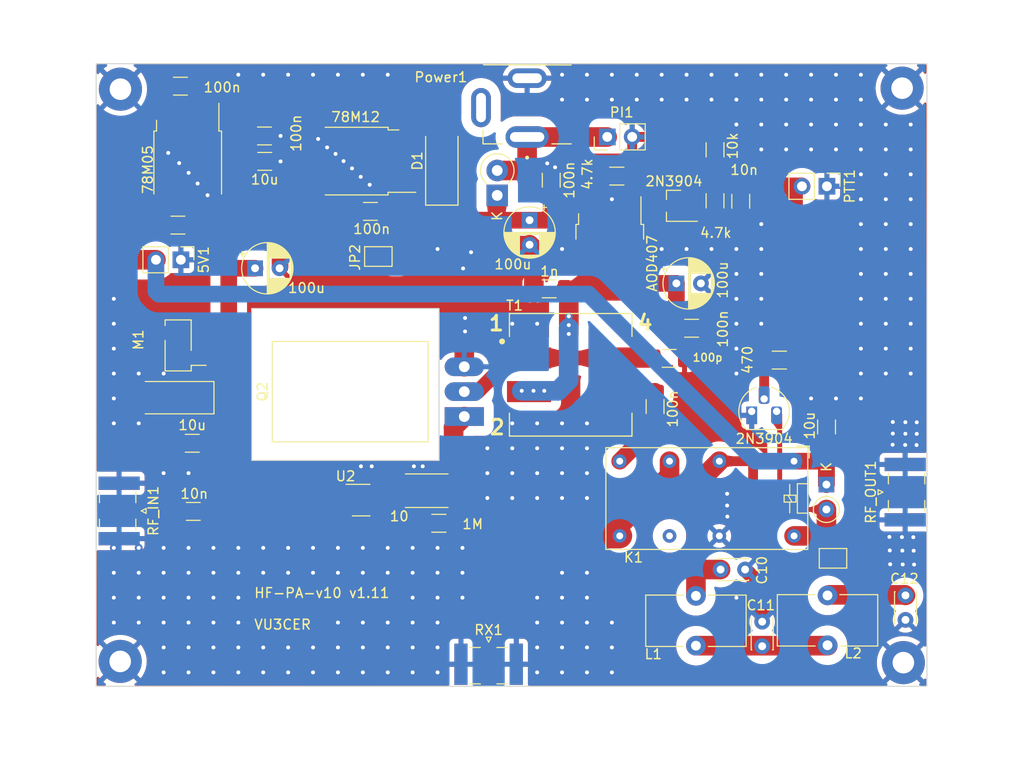
<source format=kicad_pcb>
(kicad_pcb (version 20221018) (generator pcbnew)
  (layers (0 "F.Cu" signal) (31 "B.Cu" signal) (35 "F.Paste" user) (37 "F.SilkS" user "F.Silkscreen") (38 "B.Mask" user) (39 "F.Mask" user) (44 "Edge.Cuts" user))
  (net 0 "")
  (net 1 "GND")
  (net 2 "+VDC")
  (net 3 "Net-(C7-Pad2)")
  (net 4 "PTT")
  (net 5 "/DRAIN")
  (net 6 "Net-(Q2-G)")
  (net 7 "Net-(Q3-G)")
  (net 8 "Net-(Q4-B)")
  (net 9 "+5V")
  (net 10 "12V")
  (net 12 "Net-(U2-OUT)")
  (net 13 "Net-(Q3-D)")
  (net 14 "Net-(C11-Pad1)")
  (net 15 "Net-(JP1-B)")
  (net 16 "RF_OUT")
  (net 17 "Net-(D3-A)")
  (net 18 "LPF")
  (net 19 "RX")
  (net 21 "Net-(Q1-B)")
  (net 22 "Net-(RF_IN1-In)")
  (net 23 "Net-(U2-IN+)")
  (net 24 "Net-(D1-K)")
  (footprint "Resistor_SMD:R_2512_6332Metric_Pad1.40x3.35mm_HandSolder" (layer "F.Cu") (at 173.61 106.39 180)
    (fp_text reference "R3" hide)
    (fp_text value "10")
  )
  (footprint "Capacitor_SMD:C_1206_3216Metric_Pad1.33x1.80mm_HandSolder" (layer "F.Cu") (at 157.0867 72.7964)
    (fp_text reference "C2" hide)
    (fp_text value "10u")
  )
  (footprint "Capacitor_SMD:C_1206_3216Metric_Pad1.33x1.80mm_HandSolder" (layer "F.Cu") (at 196.9 97.81 90)
    (fp_text reference "C7" hide)
    (fp_text value "100n")
  )
  (footprint "Package_TO_SOT_THT:TO-220-3_Horizontal_TabDown" (layer "F.Cu") (at 177.44 98.825 90)
    (fp_text reference "Q2")
    (fp_text value "IRF510")
  )
  (footprint "Diode_SMD:D_SMA_Handsoldering" (layer "F.Cu") (at 175.15 72.75 90)
    (fp_text reference "D1")
    (fp_text value "1N4007")
  )
  (footprint "Capacitor_THT:CP_Radial_D5.0mm_P2.50mm" (layer "F.Cu") (at 199.0744 85.2424)
    (fp_text reference "C5" hide)
    (fp_text value "100u")
  )
  (footprint "Resistor_SMD:R_1206_3216Metric_Pad1.30x1.75mm_HandSolder" (layer "F.Cu") (at 203.015 71.6175 90)
    (fp_text reference "R2" hide)
    (fp_text value "10k")
  )
  (footprint "Connector_PinHeader_2.54mm:PinHeader_1x02_P2.54mm_Vertical" (layer "F.Cu") (at 192.025 70.3 90)
    (fp_text reference "PI1")
    (fp_text value "VDC")
  )
  (footprint "Diode_THT:D_DO-41_SOD81_P2.54mm_Vertical_KathodeUp" (layer "F.Cu") (at 180.8 76.268234 90)
    (fp_text reference "D4" hide)
    (fp_text value "2A+ Schottky (1N5822 / SR2100)" hide)
  )
  (footprint "MountingHole:MountingHole_2.2mm_M2_Pad" (layer "F.Cu") (at 142.343274 123.801274)
    (fp_text reference "H3" hide)
    (fp_text value "MountingHole_Pad" hide)
  )
  (footprint "Capacitor_SMD:C_1206_3216Metric_Pad1.33x1.80mm_HandSolder" (layer "F.Cu") (at 186.1 85.8 180)
    (fp_text reference "C17" hide)
    (fp_text value "1n")
  )
  (footprint "Package_TO_SOT_SMD:SOT-23-5_HandSoldering" (layer "F.Cu") (at 166.925 107.35)
    (fp_text reference "U2")
    (fp_text value "UCC27517DBVR")
  )
  (footprint "Connector_Coaxial:SMA_Samtec_SMA-J-P-X-ST-EM1_EdgeMount" (layer "F.Cu") (at 222.4062 106.537 90)
    (fp_text reference "RF_OUT1")
    (fp_text value "SMA" hide)
  )
  (footprint "Capacitor_SMD:C_1206_3216Metric_Pad1.33x1.80mm_HandSolder" (layer "F.Cu") (at 205.64 76.8675 -90)
    (fp_text reference "C4" hide)
    (fp_text value "10n")
  )
  (footprint "Inductor_THT:L_Toroid_Vertical_L10.0mm_W5.0mm_P5.08mm" (layer "F.Cu") (at 214.49 122.15 180)
    (fp_text reference "L2")
    (fp_text value "360n" hide)
  )
  (footprint "Capacitor_THT:CP_Radial_D5.0mm_P2.50mm" (layer "F.Cu") (at 156.1 83.7)
    (fp_text reference "C20" hide)
    (fp_text value "100u")
  )
  (footprint "Resistor_SMD:R_1206_3216Metric_Pad1.30x1.75mm_HandSolder" (layer "F.Cu") (at 174.85 109.71 180)
    (fp_text reference "R1" hide)
    (fp_text value "1M")
  )
  (footprint "Capacitor_SMD:C_1206_3216Metric_Pad1.33x1.80mm_HandSolder" (layer "F.Cu") (at 186.309 74.7145 90)
    (fp_text reference "C14" hide)
    (fp_text value "100n")
  )
  (footprint "Connector_PinHeader_2.54mm:PinHeader_1x02_P2.54mm_Vertical" (layer "F.Cu") (at 214.4258 75.3364 -90)
    (fp_text reference "PTT1")
    (fp_text value "PTT" hide)
  )
  (footprint "Diode_THT:D_DO-35_SOD27_P2.54mm_Vertical_KathodeUp" (layer "F.Cu") (at 214.376 105.762315 -90)
    (fp_text reference "D3" hide)
    (fp_text value "1N4148" hide)
  )
  (footprint "footprints:XKB_DC-005-5A-2.0_Modded" (layer "F.Cu") (at 183.85 64.3125 -90)
    (fp_text reference "Power1")
    (fp_text value "DC-005 (Barrel Jack)" hide)
  )
  (footprint "Package_TO_SOT_SMD:TO-252-2" (layer "F.Cu") (at 192.28 81.7 -90)
    (fp_text reference "Q3" hide)
    (fp_text value "AOD407")
  )
  (footprint "Capacitor_THT:CP_Radial_D5.0mm_P2.50mm" (layer "F.Cu") (at 184.1 78.8 -90)
    (fp_text reference "C15" hide)
    (fp_text value "100u")
  )
  (footprint "Capacitor_SMD:C_1206_3216Metric_Pad1.33x1.80mm_HandSolder" (layer "F.Cu") (at 148.4884 65.1256)
    (fp_text reference "C9" hide)
    (fp_text value "100n")
  )
  (footprint "Connector_Coaxial:SMA_Samtec_SMA-J-P-X-ST-EM1_EdgeMount" (layer "F.Cu") (at 179.925 124.09)
    (fp_text reference "RX1")
    (fp_text value "SMA" hide)
  )
  (footprint "Capacitor_SMD:C_1206_3216Metric_Pad1.33x1.80mm_HandSolder" (layer "F.Cu") (at 149.6945 101.5492 180)
    (fp_text reference "C16" hide)
    (fp_text value "10u")
  )
  (footprint "MountingHole:MountingHole_2.2mm_M2_Pad" (layer "F.Cu") (at 222.225 123.925)
    (fp_text reference "H4" hide)
    (fp_text value "MountingHole_Pad" hide)
  )
  (footprint "Capacitor_SMD:C_1206_3216Metric_Pad1.33x1.80mm_HandSolder" (layer "F.Cu") (at 214.39 99.88 90)
    (fp_text reference "C13" hide)
    (fp_text value "10u")
  )
  (footprint "Capacitor_SMD:C_1206_3216Metric_Pad1.33x1.80mm_HandSolder" (layer "F.Cu") (at 157.0613 70.2056)
    (fp_text reference "C1" hide)
    (fp_text value "100n")
  )
  (footprint "Package_TO_SOT_SMD:TO-252-2" (layer "F.Cu") (at 149.231 73.014887 -90)
    (fp_text reference "U1" hide)
    (fp_text value "78M05")
  )
  (footprint "Resistor_SMD:R_1206_3216Metric_Pad1.30x1.75mm_HandSolder" (layer "F.Cu") (at 203.015 76.8175 90)
    (fp_text reference "R9" hide)
    (fp_text value "4.7k")
  )
  (footprint "Capacitor_SMD:C_1206_3216Metric_Pad1.33x1.80mm_HandSolder" (layer "F.Cu") (at 167.8625 77.9 180)
    (fp_text reference "C18" hide)
    (fp_text value "100n")
  )
  (footprint "footprints:IND_SRF1260A-4R7Y" (layer "F.Cu") (at 188.295 94.565)
    (fp_text reference "T1")
    (fp_text value "Bifilar XFMR" hide)
  )
  (footprint "Package_TO_SOT_SMD:SOT-23_Handsoldering" (layer "F.Cu") (at 198.82 77.33 180)
    (fp_text reference "Q4" hide)
    (fp_text value "2N3904")
  )
  (footprint "Connector_Coaxial:SMA_Samtec_SMA-J-P-X-ST-EM1_EdgeMount" (layer "F.Cu") (at 142.23 108.45 -90)
    (fp_text reference "RF_IN1")
    (fp_text value "SMA" hide)
  )
  (footprint "Package_TO_SOT_SMD:TO-252-2" (layer "F.Cu") (at 166.3586 72.772 180)
    (fp_text reference "U3" hide)
    (fp_text value "78M12")
  )
  (footprint "Diode_SMD:D_SMA_Handsoldering" (layer "F.Cu") (at 147.4 96.9 180)
    (fp_text reference "D2" hide)
    (fp_text value "M7 (1N4007)" hide)
  )
  (footprint "Capacitor_SMD:C_1206_3216Metric_Pad1.33x1.80mm_HandSolder" (layer "F.Cu") (at 198.34 92.89)
    (fp_text reference "C3" hide)
    (fp_text value "100p")
  )
  (footprint "Connector_PinHeader_2.54mm:PinHeader_1x02_P2.54mm_Vertical" (layer "F.Cu") (at 148.532 82.833887 -90)
    (fp_text reference "5V1")
    (fp_text value "5V")
  )
  (footprint "Capacitor_SMD:C_1206_3216Metric_Pad1.33x1.80mm_HandSolder" (layer "F.Cu") (at 200.63 89.82)
    (fp_text reference "C6" hide)
    (fp_text value "100n")
  )
  (footprint "Jumper:SolderJumper-2_P1.3mm_Open_TrianglePad1.0x1.5mm" (layer "F.Cu") (at 215.048 113.284)
    (fp_text reference "JP1" hide)
    (fp_text value "Jumper_2_Open" hide)
  )
  (footprint "MountingHole:MountingHole_2.2mm_M2_Pad" (layer "F.Cu") (at 142.368 65.433274)
    (fp_text reference "H1" hide)
    (fp_text value "MountingHole_Pad" hide)
  )
  (footprint "Capacitor_SMD:C_1206_3216Metric_Pad1.33x1.80mm_HandSolder" (layer "F.Cu") (at 149.8 108.5)
    (fp_text reference "C19" hide)
    (fp_text value "10n")
  )
  (footprint "Capacitor_THT:C_Disc_D3.0mm_W2.0mm_P2.50mm" (layer "F.Cu") (at 203.581 114.427)
    (fp_text reference "C10")
    (fp_text value "120p" hide)
  )
  (footprint "Relay_THT:Relay_DPDT_Omron_G5V-2" (layer "F.Cu") (at 211.074 103.378 -90)
    (fp_text reference "K1")
    (fp_text value "Omron G5V-2 / OEN 46-05-2C" hide)
  )
  (footprint "Capacitor_SMD:C_1206_3216Metric_Pad1.33x1.80mm_HandSolder" (layer "F.Cu") (at 148.2344 79.2988)
    (fp_text reference "C8" hide)
    (fp_text value "10u")
  )
  (footprint "Inductor_THT:L_Toroid_Vertical_L10.0mm_W5.0mm_P5.08mm" (layer "F.Cu") (at 201.0675 117.115)
    (fp_text reference "L1")
    (fp_text value "360n" hide)
  )
  (footprint "Capacitor_THT:C_Disc_D3.0mm_W2.0mm_P2.50mm" (layer "F.Cu") (at 207.825 122.25 90)
    (fp_text reference "C11")
    (fp_text value "200p" hide)
  )
  (footprint "MountingHole:MountingHole_2.2mm_M2_Pad" (layer "F.Cu") (at 222.099274 65.330474)
    (fp_text reference "H2" hide)
    (fp_text value "MountingHole_Pad" hide)
  )
  (footprint "Resistor_SMD:R_1206_3216Metric_Pad1.30x1.75mm_HandSolder" (layer "F.Cu") (at 193 74.3 180)
    (fp_text reference "R8" hide)
    (fp_text value "4.7k")
  )
  (footprint "Capacitor_THT:C_Disc_D3.0mm_W2.0mm_P2.50mm" (layer "F.Cu") (at 222.4425 117.065 -90)
    (fp_text reference "C12")
    (fp_text value "120p" hide)
  )
  (footprint "Jumper:SolderJumper-2_P1.3mm_Open_TrianglePad1.0x1.5mm" (layer "F.Cu") (at 168.675 82.5)
    (fp_text reference "JP2")
    (fp_text value "Jumper_2_Open" hide)
  )
  (footprint "Connector_PinHeader_2.54mm:PinHeader_1x02_P2.54mm_Vertical_SMD_Pin1Left" (layer "F.Cu") (at 148.255 91.57 180)
    (fp_text reference "M1")
    (fp_text value "Fan")
  )
  (footprint "Resistor_SMD:R_1206_3216Metric_Pad1.30x1.75mm_HandSolder" (layer "F.Cu") (at 209.5754 93.0656 180)
    (fp_text reference "R4" hide)
    (fp_text value "470")
  )
  (footprint "Package_TO_SOT_THT:TO-92_HandSolder" (layer "F.Cu") (at 206.756 98.298)
    (fp_text reference "Q1" hide)
    (fp_text value "2N3904")
  )
  (gr_rect (start 139.893 62.835) (end 224.628 126.336) (stroke (width 0.1)) (fill none) (layer "Edge.Cuts"))
  (gr_rect (start 155.765 87.8) (end 174.865 103.3) (stroke (width 0.1)) (fill none) (layer "Edge.Cuts"))
  (gr_text "2" (at 179.9 100.8) (layer "F.SilkS") (effects (font (size 1.5 1.5) (thickness 0.3) bold) (justify left bottom)))
  (gr_text "4" (at 194.97 90.14) (layer "F.SilkS") (effects (font (size 1.5 1.5) (thickness 0.3) bold) (justify left bottom)))
  (gr_text "1" (at 179.8 90.2) (layer "F.SilkS") (effects (font (size 1.5 1.5) (thickness 0.3) bold) (justify left bottom)))
  (gr_text "HF-PA-v10 v1.11\n\nVU3CER" (at 155.9306 120.6246) (layer "F.SilkS") (effects (font (size 1 1)) (justify left bottom)))
  (segment (start 184.5375 81.7375) (end 184.1 81.3) (width 2) (layer "F.Cu") (net 1))
  (segment (start 158.6492 78.5) (end 158.6492 83.5867) (width 1.7) (layer "F.Cu") (net 1))
  (segment (start 206.94632 115.29232) (end 206.081 114.427) (width 1.5) (layer "F.Cu") (net 1))
  (segment (start 184.5375 85.8) (end 184.5375 81.7375) (width 2) (layer "F.Cu") (net 1))
  (segment (start 177.44 90.0982) (end 177.44 88.7686) (width 2) (layer "F.Cu") (net 1))
  (segment (start 194.5 72.5) (end 194.565 72.435) (width 1) (layer "F.Cu") (net 1))
  (segment (start 173.3 109.71) (end 169.59 109.71) (width 1) (layer "F.Cu") (net 1))
  (segment (start 169.59 109.71) (end 168.18 108.3) (width 1) (layer "F.Cu") (net 1))
  (segment (start 177.44 82.7068) (end 178.0794 82.0674) (width 2) (layer "F.Cu") (net 1))
  (segment (start 196.21 70.3) (end 194.565 70.3) (width 1) (layer "F.Cu") (net 1))
  (segment (start 186.461 73) (end 185.9 73) (width 1) (layer "F.Cu") (net 1))
  (segment (start 186.7 73.4) (end 186.7 72.761) (width 1) (layer "F.Cu") (net 1))
  (segment (start 186.061 73.4) (end 186.7 73.4) (width 1) (layer "F.Cu") (net 1))
  (segment (start 186.961 72.5) (end 194.5 72.5) (width 1) (layer "F.Cu") (net 1))
  (segment (start 177.44 83.5958) (end 177.44 82.7068) (width 2) (layer "F.Cu") (net 1))
  (segment (start 196.21 70.3) (end 198.882 70.3) (width 0.75) (layer "F.Cu") (net 1))
  (segment (start 177.44 93.745) (end 177.44 90.1402) (width 2) (layer "F.Cu") (net 1))
  (segment (start 199.895 70.2255) (end 199.877 70.2075) (width 0.75) (layer "F.Cu") (net 1))
  (segment (start 207.825 119.75) (end 207.825 117.413641) (width 1.5) (layer "F.Cu") (net 1))
  (segment (start 195.58 70.3) (end 202.7825 70.3) (width 1) (layer "F.Cu") (net 1))
  (segment (start 200.32 76.38) (end 200.32 70.6505) (width 1) (layer "F.Cu") (net 1))
  (segment (start 199.877 70.2075) (end 202.145 70.2075) (width 0.75) (layer "F.Cu") (net 1))
  (segment (start 186.7 72.761) (end 186.961 72.5) (width 1) (layer "F.Cu") (net 1))
  (segment (start 194.565 72.435) (end 194.565 70.3) (width 1) (layer "F.Cu") (net 1))
  (segment (start 167.23 107.35) (end 168.18 108.3) (width 0.5) (layer "F.Cu") (net 1))
  (segment (start 165.67 107.35) (end 167.23 107.35) (width 0.5) (layer "F.Cu") (net 1))
  (segment (start 177.44 88.7266) (end 177.44 83.841) (width 2) (layer "F.Cu") (net 1))
  (segment (start 158.6492 72.7964) (end 158.6492 78.5) (width 1.7) (layer "F.Cu") (net 1))
  (segment (start 178.7544 81.3924) (end 183.896 81.3924) (width 2) (layer "F.Cu") (net 1))
  (segment (start 178.1302 82.0166) (end 178.7544 81.3924) (width 2) (layer "F.Cu") (net 1))
  (segment (start 202.7825 70.3) (end 203.015 70.0675) (width 1) (layer "F.Cu") (net 1))
  (segment (start 195.58 70.3) (end 196.21 70.3) (width 0.75) (layer "F.Cu") (net 1))
  (segment (start 194.565 70.3) (end 195.58 70.3) (width 0.75) (layer "F.Cu") (net 1))
  (via (at 156.9339 122.3775) (size 0.8) (drill 0.4) (layers "F.Cu" "B.Cu") (net 1))
  (via (at 205.1939 69.0375) (size 0.8) (drill 0.4) (layers "F.Cu" "B.Cu") (net 1))
  (via (at 205.1939 63.9575) (size 0.8) (drill 0.4) (layers "F.Cu" "B.Cu") (net 1))
  (via (at 167.0939 119.8375) (size 0.8) (drill 0.4) (layers "F.Cu" "B.Cu") (net 1))
  (via (at 187.4139 102.0575) (size 0.8) (drill 0.4) (layers "F.Cu" "B.Cu") (net 1))
  (via (at 162.0139 124.9175) (size 0.8) (drill 0.4) (layers "F.Cu" "B.Cu") (net 1))
  (via (at 141.6939 112.2175) (size 0.8) (drill 0.4) (layers "F.Cu" "B.Cu") (net 1))
  (via (at 174.7139 117.2975) (size 0.8) (drill 0.4) (layers "F.Cu" "B.Cu") (net 1))
  (via (at 182.3339 107.1375) (size 0.8) (drill 0.4) (layers "F.Cu" "B.Cu") (net 1))
  (via (at 146.7739 124.9175) (size 0.8) (drill 0.4) (layers "F.Cu" "B.Cu") (net 1))
  (via (at 187.4139 122.3775) (size 0.8) (drill 0.4) (layers "F.Cu" "B.Cu") (net 1))
  (via (at 215.3539 69.0375) (size 0.8) (drill 0.4) (layers "F.Cu" "B.Cu") (net 1))
  (via (at 159.4739 114.7575) (size 0.8) (drill 0.4) (layers "F.Cu" "B.Cu") (net 1))
  (via (at 187.4139 104.5975) (size 0.8) (drill 0.4) (layers "F.Cu" "B.Cu") (net 1))
  (via (at 177.5206 88.773) (size 0.8) (drill 0.4) (layers "F.Cu" "B.Cu") (net 1))
  (via (at 184.8739 89.3575) (size 0.8) (drill 0.4) (layers "F.Cu" "B.Cu") (net 1))
  (via (at 162.5346 70.5104) (size 0.8) (drill 0.4) (layers "F.Cu" "B.Cu") (net 1))
  (via (at 200.1139 63.9575) (size 0.8) (drill 0.4) (layers "F.Cu" "B.Cu") (net 1))
  (via (at 189.9539 119.8375) (size 0.8) (drill 0.4) (layers "F.Cu" "B.Cu") (net 1))
  (via (at 222.43 99.4) (size 0.8) (drill 0.4) (layers "F.Cu" "B.Cu") (net 1))
  (via (at 146.7739 117.2975) (size 0.8) (drill 0.4) (layers "F.Cu" "B.Cu") (net 1))
  (via (at 187.4139 124.9175) (size 0.8) (drill 0.4) (layers "F.Cu" "B.Cu") (net 1))
  (via (at 223.59 100.59) (size 0.8) (drill 0.4) (layers "F.Cu" "B.Cu") (net 1))
  (via (at 222.9739 69.0375) (size 0.8) (drill 0.4) (layers "F.Cu" "B.Cu") (net 1))
  (via (at 215.3539 66.4975) (size 0.8) (drill 0.4) (layers "F.Cu" "B.Cu") (net 1))
  (via (at 222.12 112.5) (size 0.8) (drill 0.4) (layers "F.Cu" "B.Cu") (net 1))
  (via (at 223.57 101.73) (size 0.8) (drill 0.4) (layers "F.Cu" "B.Cu") (net 1))
  (via (at 204.275 109.025) (size 0.8) (drill 0.4) (layers "F.Cu" "B.Cu") (net 1))
  (via (at 144.2339 114.7575) (size 0.8) (drill 0.4) (layers "F.Cu" "B.Cu") (net 1))
  (via (at 202.6539 63.9575) (size 0.8) (drill 0.4) (layers "F.Cu" "B.Cu") (net 1))
  (via (at 207.7339 69.0375) (size 0.8) (drill 0.4) (layers "F.Cu" "B.Cu") (net 1))
  (via (at 149.3139 114.7575) (size 0.8) (drill 0.4) (layers "F.Cu" "B.Cu") (net 1))
  (via (at 187.4139 63.9575) (size 0.8) (drill 0.4) (layers "F.Cu" "B.Cu") (net 1))
  (via (at 223.28 112.51) (size 0.8) (drill 0.4) (layers "F.Cu" "B.Cu") (net 1))
  (via (at 222.9739 81.7375) (size 0.8) (drill 0.4) (layers "F.Cu" "B.Cu") (net 1))
  (via (at 184.8739 99.5175) (size 0.8) (drill 0.4) (layers "F.Cu" "B.Cu") (net 1))
  (via (at 154.3939 117.2975) (size 0.8) (drill 0.4) (layers "F.Cu" "B.Cu") (net 1))
  (via (at 217.8939 91.8975) (size 0.8) (drill 0.4) (layers "F.Cu" "B.Cu") (net 1))
  (via (at 221.15 99.38) (size 0.8) (drill 0.4) (layers "F.Cu" "B.Cu") (net 1))
  (via (at 187.4139 117.2975) (size 0.8) (drill 0.4) (layers "F.Cu" "B.Cu") (net 1))
  (via (at 177.2539 114.7575) (size 0.8) (drill 0.4) (layers "F.Cu" "B.Cu") (net 1))
  (via (at 217.8939 79.1975) (size 0.8) (drill 0.4) (layers "F.Cu" "B.Cu") (net 1))
  (via (at 141.6939 119.8375) (size 0.8) (drill 0.4) (layers "F.Cu" "B.Cu") (net 1))
  (via (at 187.4139 107.1375) (size 0.8) (drill 0.4) (layers "F.Cu" "B.Cu") (net 1))
  (via (at 154.3939 124.9175) (size 0.8) (drill 0.4) (layers "F.Cu" "B.Cu") (net 1))
  (via (at 151.8539 114.7575) (size 0.8) (drill 0.4) (layers "F.Cu" "B.Cu") (net 1))
  (via (at 141.6939 91.8975) (size 0.8) (drill 0.4) (layers "F.Cu" "B.Cu") (net 1))
  (via (at 222.9739 71.5775) (size 0.8) (drill 0.4) (layers "F.Cu" "B.Cu") (net 1))
  (via (at 207.7339 66.4975) (size 0.8) (drill 0.4) (layers "F.Cu" "B.Cu") (net 1))
  (via (at 192.4939 122.3775) (size 0.8) (drill 0.4) (layers "F.Cu" "B.Cu") (net 1))
  (via (at 217.8939 84.2775) (size 0.8) (drill 0.4) (layers "F.Cu" "B.Cu") (net 1))
  (via (at 217.8939 71.5775) (size 0.8) (drill 0.4) (layers "F.Cu" "B.Cu") (net 1))
  (via (at 217.8939 94.4375) (size 0.8) (drill 0.4) (layers "F.Cu" "B.Cu") (net 1))
  (via (at 154.3939 119.8375) (size 0.8) (drill 0.4) (layers "F.Cu" "B.Cu") (net 1))
  (via (at 184.8739 104.5975) (size 0.8) (drill 0.4) (layers "F.Cu" "B.Cu") (net 1))
  (via (at 182.3339 89.3575) (size 0.8) (drill 0.4) (layers "F.Cu" "B.Cu") (net 1))
  (via (at 174.7139 119.8375) (size 0.8) (drill 0.4) (layers "F.Cu" "B.Cu") (net 1))
  (via (at 147.2438 71.9328) (size 0.8) (drill 0.4) (layers "F.Cu" "B.Cu") (net 1))
  (via (at 207.7339 79.1975) (size 0.8) (drill 0.4) (layers "F.Cu" "B.Cu") (net 1))
  (via (at 212.8139 96.9775) (size 0.8) (drill 0.4) (layers "F.Cu" "B.Cu") (net 1))
  (via (at 222.41 101.72) (size 0.8) (drill 0.4) (layers "F.Cu" "B.Cu") (net 1))
  (via (at 174.7139 112.2175) (size 0.8) (drill 0.4) (layers "F.Cu" "B.Cu") (net 1))
  (via (at 144.2339 99.5175) (size 0.8) (drill 0.4) (layers "F.Cu" "B.Cu") (net 1))
  (via (at 166.9 103.9) (size 0.8) (drill 0.4) (layers "F.Cu" "B.Cu") (net 1))
  (via (at 217.8939 81.7375) (size 0.8) (drill 0.4) (layers "F.Cu" "B.Cu") (net 1))
  (via (at 215.3539 63.9575) (size 0.8) (drill 0.4) (layers "F.Cu" "B.Cu") (net 1))
  (via (at 158.7 72.8) (size 0.8) (drill 0.4) (layers "F.Cu" "B.Cu") (net 1))
  (via (at 195.0339 66.4975) (size 0.8) (drill 0.4) (layers "F.Cu" "B.Cu") (net 1))
  (via (at 217.8939 69.0375) (size 0.8) (drill 0.4) (layers "F.Cu" "B.Cu") (net 1))
  (via (at 162.0139 122.3775) (size 0.8) (drill 0.4) (layers "F.Cu" "B.Cu") (net 1))
  (via (at 189.9539 122.3775) (size 0.8) (drill 0.4) (layers "F.Cu" "B.Cu") (net 1))
  (via (at 189.9539 104.5975) (size 0.8) (drill 0.4) (layers "F.Cu" "B.Cu") (net 1))
  (via (at 164.3126 72.0344) (size 0.8) (drill 0.4) (layers "F.Cu" "B.Cu") (net 1))
  (via (at 174.7139 81.7375) (size 0.8) (drill 0.4) (layers "F.Cu" "B.Cu") (net 1))
  (via (at 165.1254 72.771) (size 0.8) (drill 0.4) (layers "F.Cu" "B.Cu") (net 1))
  (via (at 185.9 73) (size 0.8) (drill 0.4) (layers "F.Cu" "B.Cu") (net 1))
  (via (at 172.1739 117.2975) (size 0.8) (drill 0.4) (layers "F.Cu" "B.Cu") (net 1))
  (via (at 222.08 111.12) (size 0.8) (drill 0.4) (layers "F.Cu" "B.Cu") (net 1))
  (via (at 217.8939 86.8175) (size 0.8) (drill 0.4) (layers "F.Cu" "B.Cu") (net 1))
  (via (at 141.6939 114.7575) (size 0.8) (drill 0.4) (layers "F.Cu" "B.Cu") (net 1))
  (via (at 156.9339 112.2175) (size 0.8) (drill 0.4) (layers "F.Cu" "B.Cu") (net 1))
  (via (at 222.9739 86.8175) (size 0.8) (drill 0.4) (layers "F.Cu" "B.Cu") (net 1))
  (via (at 223.59 99.41) (size 0.8) (drill 0.4) (layers "F.Cu" "B.Cu") (net 1))
  (via (at 168 103.9) (size 0.8) (drill 0.4) (layers "F.Cu" "B.Cu") (net 1))
  (via (at 154.3939 112.2175) (size 0.8) (drill 0.4) (layers "F.Cu" "B.Cu") (net 1))
  (via (at 156.9339 63.9575) (size 0.8) (drill 0.4) (layers "F.Cu" "B.Cu") (net 1))
  (via (at 149.3139 119.8375) (size 0.8) (drill 0.4) (layers "F.Cu" "B.Cu") (net 1))
  (via (at 205.1939 117.2975) (size 0.8) (drill 0.4) (layers "F.Cu" "B.Cu") (net 1))
  (via (at 212.8139 66.4975) (size 0.8) (drill 0.4) (layers "F.Cu" "B.Cu") (net 1))
  (via (at 192.4939 66.4975) (size 0.8) (drill 0.4) (layers "F.Cu" "B.Cu") (net 1))
  (via (at 220.88 113.89) (size 0.8) (drill 0.4) (layers "F.Cu" "B.Cu") (net 1))
  (via (at 192.4939 119.8375) (size 0.8) (drill 0.4) (layers "F.Cu" "B.Cu") (net 1))
  (via (at 220.4339 74.1175) (size 0.8) (drill 0.4) (layers "F.Cu" "B.Cu") (net 1))
  (via (at 217.8939 66.4975) (size 0.8) (drill 0.4) (layers "F.Cu" "B.Cu") (net 1))
  (via (at 184.8739 107.1375) (size 0.8) (drill 0.4) (layers "F.Cu" "B.Cu") (net 1))
  (via (at 189.9539 107.1375) (size 0.8) (drill 0.4) (layers "F.Cu" "B.Cu") (net 1))
  (via (at 173.2 103.9) (size 0.8) (drill 0.4) (layers "F.Cu" "B.Cu") (net 1))
  (via (at 144.2339 112.2175) (size 0.8) (drill 0.4) (layers "F.Cu" "B.Cu") (net 1))
  (via (at 204.25 107.9) (size 0.8) (drill 0.4) (layers "F.Cu" "B.Cu") (net 1))
  (via (at 222.9739 79.1975) (size 0.8) (drill 0.4) (layers "F.Cu" "B.Cu") (net 1))
  (via (at 184.8739 117.2975) (size 0.8) (drill 0.4) (layers "F.Cu" "B.Cu") (net 1))
  (via (at 166.878 74.3712) (size 0.8) (drill 0.4) (layers "F.Cu" "B.Cu") (net 1))
  (via (at 169.6339 124.9175) (size 0.8) (drill 0.4) (layers "F.Cu" "B.Cu") (net 1))
  (via (at 222.9739 91.8975) (size 0.8) (drill 0.4) (layers "F.Cu" "B.Cu") (net 1))
  (via (at 212.8139 71.5775) (size 0.8) (drill 0.4) (layers "F.Cu" "B.Cu") (net 1))
  (via (at 210.2739 71.5775) (size 0.8) (drill 0.4) (layers "F.Cu" "B.Cu") (net 1))
  (via (at 149.3139 112.2175) (size 0.8) (drill 0.4) (layers "F.Cu" "B.Cu") (net 1))
  (via (at 141.6939 117.2975) (size 0.8) (drill 0.4) (layers "F.Cu" "B.Cu") (net 1))
  (via (at 189.9539 99.5175) (size 0.8) (drill 0.4) (layers "F.Cu" "B.Cu") (net 1))
  (via (at 189.9539 102.0575) (size 0.8) (drill 0.4) (layers "F.Cu" "B.Cu") (net 1))
  (via (at 162.0139 112.2175) (size 0.8) (drill 0.4) (layers "F.Cu" "B.Cu") (net 1))
  (via (at 174.7139 124.9175) (size 0.8) (drill 0.4) (layers "F.Cu" "B.Cu") (net 1))
  (via (at 154.3939 114.7575) (size 0.8) (drill 0.4) (layers "F.Cu" "B.Cu") (net 1))
  (via (at 177.2539 117.2975) (size 0.8) (drill 0.4) (layers "F.Cu" "B.Cu") (net 1))
  (via (at 149.3139 122.3775) (size 0.8) (drill 0.4) (layers "F.Cu" "B.Cu") (net 1))
  (via (at 223.32 113.92) (size 0.8) (drill 0.4) (layers "F.Cu" "B.Cu") (net 1))
  (via (at 167.0939 124.9175) (size 0.8) (drill 0.4) (layers "F.Cu" "B.Cu") (net 1))
  (via (at 154.3939 122.3775) (size 0.8) (drill 0.4) (layers "F.Cu" "B.Cu") (net 1))
  (via (at 174.7139 122.3775) (size 0.8) (drill 0.4) (layers "F.Cu" "B.Cu") (net 1))
  (via (at 217.8939 74.1175) (size 0.8) (drill 0.4) (layers "F.Cu" "B.Cu") (net 1))
  (via (at 184.8739 119.8375) (size 0.8) (drill 0.4) (layers "F.Cu" "B.Cu") (net 1))
  (via (at 197.5739 63.9575) (size 0.8) (drill 0.4) (layers "F.Cu" "B.Cu") (net 1))
  (via (at 149.3139 117.2975) (size 0.8) (drill 0.4) (layers "F.Cu" "B.Cu") (net 1))
  (via (at 169.6339 119.8375) (size 0.8) (drill 0.4) (layers "F.Cu" "B.Cu") (net 1))
  (via (at 197.5739 81.7375) (size 0.8) (drill 0.4) (layers "F.Cu" "B.Cu") (net 1))
  (via (at 221.13 101.7) (size 0.8) (drill 0.4) (layers "F.Cu" "B.Cu") (net 1))
  (via (at 172.1739 124.9175) (size 0.8) (drill 0.4) (layers "F.Cu" "B.Cu") (net 1))
  (via (at 197.5739 66.4975) (size 0.8) (drill 0.4) (layers "F.Cu" "B.Cu") (net 1))
  (via (at 167.0939 122.3775) (size 0.8) (drill 0.4) (layers "F.Cu" "B.Cu") (net 1))
  (via (at 162.0139 63.9575) (size 0.8) (drill 0.4) (layers "F.Cu" "B.Cu") (net 1))
  (via (at 141.6939 94.4375) (size 0.8) (drill 0.4) (layers "F.Cu" "B.Cu") (net 1))
  (via (at 151.8539 112.2175) (size 0.8) (drill 0.4) (layers "F.Cu" "B.Cu") (net 1))
  (via (at 205.1939 66.4975) (size 0.8) (drill 0.4) (layers "F.Cu" "B.Cu") (net 1))
  (via (at 187.4139 81.7375) (size 0.8) (drill 0.4) (layers "F.Cu" "B.Cu") (net 1))
  (via (at 167.7924 75.184) (size 0.8) (drill 0.4) (layers "F.Cu" "B.Cu") (net 1))
  (via (at 154.3939 63.9575) (size 0.8) (drill 0.4) (layers "F.Cu" "B.Cu") (net 1))
  (via (at 151.8539 122.3775) (size 0.8) (drill 0.4) (layers "F.Cu" "B.Cu") (net 1))
  (via (at 164.5539 119.8375) (size 0.8) (drill 0.4) (layers "F.Cu" "B.Cu") (net 1))
  (via (at 189.9539 63.9575) (size 0.8) (drill 0.4) (layers "F.Cu" "B.Cu") (net 1))
  (via (at 179.7939 107.1375) (size 0.8) (drill 0.4) (layers "F.Cu" "B.Cu") (net 1))
  (via (at 222.9739 89.3575) (size 0.8) (drill 0.4) (layers "F.Cu" "B.Cu") (net 1))
  (via (at 207.7339 89.3575) (size 0.8) (drill 0.4) (layers "F.Cu" "B.Cu") (net 1))
  (via (at 200.1139 81.7375) (size 0.8) (drill 0.4) (layers "F.Cu" "B.Cu") (net 1))
  (via (at 215.3539 71.5775) (size 0.8) (drill 0.4) (layers "F.Cu" "B.Cu") (net 1))
  (via (at 220.8 111.1) (size 0.8) (drill 0.4) (layers "F.Cu" "B.Cu") (net 1))
  (via (at 164.5539 114.7575) (size 0.8) (drill 0.4) (layers "F.Cu" "B.Cu") (net 1))
  (via (at 220.4339 94.4375) (size 0.8) (drill 0.4) (layers "F.Cu" "B.Cu") (net 1))
  (via (at 156.9339 124.9175) (size 0.8) (drill 0.4) (layers "F.Cu" "B.Cu") (net 1))
  (via (at 220.4339 79.1975) (size 0.8) (drill 0.4) (layers "F.Cu" "B.Cu") (net 1))
  (via (at 151.8539 124.9175) (size 0.8) (drill 0.4) (layers "F.Cu" "B.Cu") (net 1))
  (via (at 187.4139 114.7575) (size 0.8) (drill 0.4) (layers "F.Cu" "B.Cu") (net 1))
  (via (at 220.4339 89.3575) (size 0.8) (drill 0.4) (layers "F.Cu" "B.Cu") (net 1))
  (via (at 210.2739 63.9575) (size 0.8) (drill 0.4) (layers "F.Cu" "B.Cu") (net 1))
  (via (at 163.449 71.374) (size 0.8) (drill 0.4) (layers "F.Cu" "B.Cu") (net 1))
  (via (at 205.1939 89.3575) (size 0.8) (drill 0.4) (layers "F.Cu" "B.Cu") (net 1))
  (via (at 192.4939 76.6575) (size 0.8) (drill 0.4) (layers "F.Cu" "B.Cu") (net 1))
  (via (at 184.8739 122.3775) (size 0.8) (drill 0.4) (layers "F.Cu" "B.Cu") (net 1))
  (via (at 207.7339 81.7375) (size 0.8) (drill 0.4) (layers "F.Cu" "B.Cu") (net 1))
  (via (at 205.1939 84.2775) (size 0.8) (drill 0.4) (layers "F.Cu" "B.Cu") (net 1))
  (via (at 202.6539 66.4975) (size 0.8) (drill 0.4) (layers "F.Cu" "B.Cu") (net 1))
  (via (at 146.7739 104.5975) (size 0.8) (drill 0.4) (layers "F.Cu" "B.Cu") (net 1))
  (via (at 151.8539 117.2975) (size 0.8) (drill 0.4) (layers "F.Cu" "B.Cu") (net 1))
  (via (at 184.8739 102.0575) (size 0.8) (drill 0.4) (layers "F.Cu" "B.Cu") (net 1))
  (via (at 220.4339 84.2775) (size 0.8) (drill 0.4) (layers "F.Cu" "B.Cu") (net 1))
  (via (at 164.5539 122.3775) (size 0.8) (drill 0.4) (layers "F.Cu" "B.Cu") (net 1))
  (via (at 146.7739 112.2175) (size 0.8) (drill 0.4) (layers "F.Cu" "B.Cu") (net 1))
  (via (at 217.8939 76.6575) (size 0.8) (drill 0.4) (layers "F.Cu" "B.Cu") (net 1))
  (via (at 186.7 73.4) (size 0.8) (drill 0.4) (layers "F.Cu" "B.Cu") (net 1))
  (via (at 162.0139 114.7575) (size 0.8) (drill 0.4) (layers "F.Cu" "B.Cu") (net 1))
  (via (at 205.1939 94.4375) (size 0.8) (drill 0.4) (layers "F.Cu" "B.Cu") (net 1))
  (via (at 172.1739 114.7575) (size 0.8) (drill 0.4) (layers "F.Cu" "B.Cu") (net 1))
  (via (at 215.3539 96.9775) (size 0.8) (drill 0.4) (layers "F.Cu" "B.Cu") (net 1))
  (via (at 141.6939 86.8175) (size 0.8) (drill 0.4) (layers "F.Cu" "B.Cu") (net 1))
  (via (at 222.9739 94.4375) (size 0.8) (drill 0.4) (layers "F.Cu" "B.Cu") (net 1))
  (via (at 177.5206 90.1446) (size 0.8) (drill 0.4) (layers "F.Cu" "B.Cu") (net 1))
  (via (at 204.25 106.7) (size 0.8) (drill 0.4) (layers "F.Cu" "B.Cu") (net 1))
  (via (at 184.8739 124.9175) (size 0.8) (drill 0.4) (layers "F.Cu" "B.Cu") (net 1))
  (via (at 178.1302 82.0674) (size 0.8) (drill 0.4) (layers "F.Cu" "B.Cu") (net 1))
  (via (at 182.3339 102.0575) (size 0.8) (drill 0.4) (layers "F.Cu" "B.Cu") (net 1))
  (via (at 210.2739 69.0375) (size 0.8) (drill 0.4) (layers "F.Cu" "B.Cu") (net 1))
  (via (at 144.2339 117.2975) (size 0.8) (drill 0.4) (layers "F.Cu" "B.Cu") (net 1))
  (via (at 172.1739 122.3775) (size 0.8) (drill 0.4) (layers "F.Cu" "B.Cu") (net 1))
  (via (at 189.9539 117.2975) (size 0.8) (drill 0.4) (layers "F.Cu" "B.Cu") (net 1))
  (via (at 220.4339 81.7375) (size 0.8) (drill 0.4) (layers "F.Cu" "B.Cu") (net 1))
  (via (at 222.9739 74.1175) (size 0.8) (drill 0.4) (layers "F.Cu" "B.Cu") (net 1))
  (via (at 156.9339 114.7575) (size 0.8) (drill 0.4) (layers "F.Cu" "B.Cu") (net 1))
  (via (at 220.4339 76.6575) (size 0.8) (drill 0.4) (layers "F.Cu" "B.Cu") (net 1))
  (via (at 220.4339 71.5775) (size 0.8) (drill 0.4) (layers "F.Cu" "B.Cu") (net 1))
  (via (at 222.9739 84.2775) (size 0.8) (drill 0.4) (layers "F.Cu" "B.Cu") (net 1))
  (via (at 200.1139 66.4975) (size 0.8) (drill 0.4) (layers "F.Cu" "B.Cu") (net 1))
  (via (at 217.8939 63.9575) (size 0.8) (drill 0.4) (layers "F.Cu" "B.Cu") (net 1))
  (via (at 207.7339 84.2775) (size 0.8) (drill 0.4) (layers "F.Cu" "B.Cu") (net 1))
  (via (at 207.7339 86.8175) (size 0.8) (drill 0.4) (layers "F.Cu" "B.Cu") (net 1))
  (via (at 189.9539 114.7575) (size 0.8) (drill 0.4) (layers "F.Cu" "B.Cu") (net 1))
  (via (at 169.6339 63.9575) (size 0.8) (drill 0.4) (layers "F.Cu" "B.Cu") (net 1))
  (via (at 141.6939 99.5175) (size 0.8) (drill 0.4) (layers "F.Cu" "B.Cu") (net 1))
  (via (at 182.3339 99.5175) (size 0.8) (drill 0.4) (layers "F.Cu" "B.Cu") (net 1))
  (via (at 177.3174 83.7184) (size 0.8) (drill 0.4) (layers "F.Cu" "B.Cu") (net 1))
  (via (at 146.7739 122.3775) (size 0.8) (drill 0.4) (layers "F.Cu" "B.Cu") (net 1))
  (via (at 149.3266 73.9648) (size 0.8) (drill 0.4) (layers "F.Cu" "B.Cu") (net 1))
  (via (at 220.4339 91.8975) (size 0.8) (drill 0.4) (layers "F.Cu" "B.Cu") (net 1))
  (via (at 205.1939 86.8175) (size 0.8) (drill 0.4) (layers "F.Cu" "B.Cu") (net 1))
  (via (at 159.4739 112.2175) (size 0.8) (drill 0.4) (layers "F.Cu" "B.Cu") (net 1))
  (via (at 146.7739 114.7575) (size 0.8) (drill 0.4) (layers "F.Cu" "B.Cu") (net 1))
  (via (at 144.2339 119.8375) (size 0.8) (drill 0.4) (layers "F.Cu" "B.Cu") (net 1))
  (via (at 187.4139 119.8375) (size 0.8) (drill 0.4) (layers "F.Cu" "B.Cu") (net 1))
  (via (at 220.4339 86.8175) (size 0.8) (drill 0.4) (layers "F.Cu" "B.Cu") (net 1))
  (via (at 167.0939 114.7575) (size 0.8) (drill 0.4) (layers "F.Cu" "B.Cu") (net 1))
  (via (at 177.2539 112.2175) (size 0.8) (drill 0.4) (layers "F.Cu" "B.Cu") (net 1))
  (via (at 207.7339 63.9575) (size 0.8) (drill 0.4) (layers "F.Cu" "B.Cu") (net 1))
  (via (at 217.8939 96.9775) (size 0.8) (drill 0.4) (layers "F.Cu" "B.Cu") (net 1))
  (via (at 220.4339 69.0375) (size 0.8) (drill 0.4) (layers "F.Cu" "B.Cu") (net 1))
  (via (at 179.7939 102.0575) (size 0.8) (drill 0.4) (layers "F.Cu" "B.Cu") (net 1))
  (via (at 212.8139 63.9575) (size 0.8) (drill 0.4) (layers "F.Cu" "B.Cu") (net 1))
  (via (at 205.1939 81.7375) (size 0.8) (drill 0.4) (layers "F.Cu" "B.Cu") (net 1))
  (via (at 172.3 103.9) (size 0.8) (drill 0.4) (layers "F.Cu" "B.Cu") (net 1))
  (via (at 187.4139 99.5175) (size 0.8) (drill 0.4) (layers "F.Cu" "B.Cu") (net 1))
  (via (at 221.15 100.56) (size 0.8) (drill 0.4) (layers "F.Cu" "B.Cu") (net 1))
  (via (at 159.4739 63.9575) (size 0.8) (drill 0.4) (layers "F.Cu" "B.Cu") (net 1))
  (via (at 148.3614 72.9742) (size 0.8) (drill 0.4) (layers "F.Cu" "B.Cu") (net 1))
  (via (at 172.1739 119.8375) (size 0.8) (drill 0.4) (layers "F.Cu" "B.Cu") (net 1))
  (via (at 165.989 73.5076) (size 0.8) (drill 0.4) (layers "F.Cu" "B.Cu") (net 1))
  (via (at 146.7739 119.8375) (size 0.8) (drill 0.4) (layers "F.Cu" "B.Cu") (net 1))
  (via (at 149.3139 104.5975) (size 0.8) (drill 0.4) (layers "F.Cu" "B.Cu") (net 1))
  (via (at 174.7139 114.7575) (size 0.8) (drill 0.4) (layers "F.Cu" "B.Cu") (net 1))
  (via (at 164.5539 63.9575) (size 0.8) (drill 0.4) (layers "F.Cu" "B.Cu") (net 1))
  (via (at 144.2339 94.4375) (size 0.8) (drill 0.4) (layers "F.Cu" "B.Cu") (net 1))
  (via (at 182.3339 104.5975) (size 0.8) (drill 0.4) (layers "F.Cu" "B.Cu") (net 1))
  (via (at 167.0939 63.9575) (size 0.8) (drill 0.4) (layers "F.Cu" "B.Cu") (net 1))
  (via (at 207.7339 71.5775) (size 0.8) (drill 0.4) (layers "F.Cu" "B.Cu") (net 1))
  (via (at 222.16 113.91) (size 0.8) (drill 0.4) (layers "F.Cu" "B.Cu") (net 1))
  (via (at 192.4939 63.9575) (size 0.8) (drill 0.4) (layers "F.Cu" "B.Cu") (net 1))
  (via (at 169.6339 114.7575) (size 0.8) (drill 0.4) (layers "F.Cu" "B.Cu") (net 1))
  (via (at 210.2739 66.4975) (size 0.8) (drill 0.4) (layers "F.Cu" "B.Cu") (net 1))
  (via (at 150.241 75.057) (size 0.8) (drill 0.4) (layers "F.Cu" "B.Cu") (net 1))
  (via (at 167.0939 112.2175) (size 0.8) (drill 0.4) (layers "F.Cu" "B.Cu") (net 1))
  (via (at 189.9539 124.9175) (size 0.8) (drill 0.4) (layers "F.Cu" "B.Cu") (net 1))
  (via (at 146.7739 94.4375) (size 0.8) (drill 0.4) (layers "F.Cu" "B.Cu") (net 1))
  (via (at 159.4739 122.3775) (size 0.8) (drill 0.4) (layers "F.Cu" "B.Cu") (net 1))
  (via (at 164.5539 112.2175) (size 0.8) (drill 0.4) (layers "F.Cu" "B.Cu") (net 1))
  (via (at 195.0339 63.9575) (size 0.8) (drill 0.4) (layers "F.Cu" "B.Cu") (net 1))
  (via (at 220.84 112.48) (size 0.8) (drill 0.4) (layers "F.Cu" "B.Cu") (net 1))
  (via (at 141.6939 96.9775) (size 0.8) (drill 0.4) (layers "F.Cu" "B.Cu") (net 1))
  (via (at 223.24 111.13) (size 0.8) (drill 0.4) (layers "F.Cu" "B.Cu") (net 1))
  (via (at 164.5539 124.9175) (size 0.8) (drill 0.4) (layers "F.Cu" "B.Cu") (net 1))
  (via (at 159.4739 124.9175) (size 0.8) (drill 0.4) (layers "F.Cu" "B.Cu") (net 1))
  (via (at 141.6939 89.3575) (size 0.8) (drill 0.4) (layers "F.Cu" "B.Cu") (net 1))
  (via (at 222.9739 76.6575) (size 0.8) (drill 0.4) (layers "F.Cu" "B.Cu") (net 1))
  (via (at 149.3139 124.9175) (size 0.8) (drill 0.4) (layers "F.Cu" "B.Cu") (net 1))
  (via (at 179.7939 104.5975) (size 0.8) (drill 0.4) (layers "F.Cu" "B.Cu") (net 1))
  (via (at 189.9539 66.4975) (size 0.8) (drill 0.4) (layers "F.Cu" "B.Cu") (net 1))
  (via (at 212.8139 69.0375) (size 0.8) (drill 0.4) (layers "F.Cu" "B.Cu") (net 1))
  (via (at 151.257 76.2508) (size 0.8) (drill 0.4) (layers "F.Cu" "B.Cu") (net 1))
  (via (at 169.6339 122.3775) (size 0.8) (drill 0.4) (layers "F.Cu" "B.Cu") (net 1))
  (via (at 151.8539 119.8375) (size 0.8) (drill 0.4) (layers "F.Cu" "B.Cu") (net 1))
  (via (at 222.43 100.58) (size 0.8) (drill 0.4) (layers "F.Cu" "B.Cu") (net 1))
  (via (at 192.4939 124.9175) (size 0.8) (drill 0.4) (layers "F.Cu" "B.Cu") (net 1))
  (via (at 217.8939 89.3575) (size 0.8) (drill 0.4) (layers "F.Cu" "B.Cu") (net 1))
  (via (at 158.7 70.2) (size 0.8) (drill 0.4) (layers "F.Cu" "B.Cu") (net 1))
  (via (at 169.6339 112.2175) (size 0.8) (drill 0.4) (layers "F.Cu" "B.Cu") (net 1))
  (via (at 187.4139 66.4975) (size 0.8) (drill 0.4) (layers "F.Cu" "B.Cu") (net 1))
  (via (at 202.6539 81.7375) (size 0.8) (drill 0.4) (layers "F.Cu" "B.Cu") (net 1))
  (via (at 172.1739 112.2175) (size 0.8) (drill 0.4) (layers "F.Cu" "B.Cu") (net 1))
  (via (at 205.1939 91.8975) (size 0.8) (drill 0.4) (layers "F.Cu" "B.Cu") (net 1))
  (arc (start 207.825 117.413641) (mid 207.596638 116.26559) (end 206.94632 115.29232) (width 1.5) (layer "F.Cu") (net 1))
  (segment (start 162.2242 70.2) (end 162.5346 70.5104) (width 1.5) (layer "B.Cu") (net 1))
  (segment (start 163.547 72.8) (end 164.3126 72.0344) (width 1) (layer "B.Cu") (net 1))
  (segment (start 158.7 72.8) (end 163.547 72.8) (width 1) (layer "B.Cu") (net 1))
  (segment (start 158.7 70.2) (end 162.2242 70.2) (width 1.5) (layer "B.Cu") (net 1))
  (segment (start 183.071766 73.728234) (end 180.8 73.728234) (width 2) (layer "F.Cu") (net 2))
  (segment (start 183.85 70.3125) (end 183.85 72.95) (width 2) (layer "F.Cu") (net 2))
  (segment (start 183.85 72.95) (end 183.071766 73.728234) (width 2) (layer "F.Cu") (net 2))
  (segment (start 183.85 70.3125) (end 192.0125 70.3125) (width 2) (layer "F.Cu") (net 2))
  (segment (start 196.8675 96.28) (end 196.9 96.2475) (width 1.7) (layer "F.Cu") (net 3))
  (segment (start 192.545 96.28) (end 196.8675 96.28) (width 1.7) (layer "F.Cu") (net 3))
  (segment (start 210.35 75.3) (end 204.0375 75.3) (width 1.7) (layer "F.Cu") (net 4))
  (segment (start 205.6025 75.2675) (end 205.64 75.305) (width 1.7) (layer "F.Cu") (net 4))
  (segment (start 211.8504 75.3) (end 210.35 75.3) (width 1.7) (layer "F.Cu") (net 4))
  (segment (start 203.015 75.2675) (end 205.6025 75.2675) (width 1.7) (layer "F.Cu") (net 4))
  (segment (start 203.015 75.2675) (end 203.015 73.1675) (width 1) (layer "F.Cu") (net 4))
  (segment (start 211.8868 75.3364) (end 211.8504 75.3) (width 1.7) (layer "F.Cu") (net 4))
  (segment (start 211.1254 93.0656) (end 211.1254 76.0754) (width 1.7) (layer "F.Cu") (net 4))
  (segment (start 211.8858 75.3364) (end 203.0839 75.3364) (width 1.7) (layer "F.Cu") (net 4))
  (segment (start 203.0839 75.3364) (end 203.015 75.2675) (width 1.7) (layer "F.Cu") (net 4))
  (segment (start 192.545 92.85) (end 196.1875 92.85) (width 2) (layer "F.Cu") (net 5))
  (segment (start 178.815 96.285) (end 177.44 96.285) (width 1.5) (layer "F.Cu") (net 5))
  (segment (start 182.25 92.85) (end 178.815 96.285) (width 1.5) (layer "F.Cu") (net 5))
  (segment (start 192.545 92.85) (end 196.7375 92.85) (width 1.7) (layer "F.Cu") (net 5))
  (segment (start 196.7375 92.85) (end 196.7775 92.89) (width 1.7) (layer "F.Cu") (net 5))
  (segment (start 184.045 92.85) (end 192.545 92.85) (width 1.5) (layer "F.Cu") (net 5))
  (segment (start 192.545 92.85) (end 196.4875 92.85) (width 1.5) (layer "F.Cu") (net 5))
  (segment (start 184.045 92.85) (end 182.25 92.85) (width 1.5) (layer "F.Cu") (net 5))
  (segment (start 196.4875 92.85) (end 196.5 92.8375) (width 1.5) (layer "F.Cu") (net 5))
  (segment (start 176.35 105.39) (end 176.35 108.65) (width 2) (layer "F.Cu") (net 6))
  (segment (start 176.35 105.39) (end 176.35 99.915) (width 2) (layer "F.Cu") (net 6))
  (segment (start 176.35 99.915) (end 177.44 98.825) (width 2) (layer "F.Cu") (net 6))
  (segment (start 176.276 108.5) (end 176.276 105.464) (width 1) (layer "F.Cu") (net 6))
  (segment (start 194.73 77.33) (end 194.56 77.5) (width 1.7) (layer "F.Cu") (net 7))
  (segment (start 197.32 77.33) (end 194.73 77.33) (width 1.7) (layer "F.Cu") (net 7))
  (segment (start 194.55 74.3) (end 194.55 77.49) (width 1) (layer "F.Cu") (net 7))
  (segment (start 199.895 78.3075) (end 202.345 78.3075) (width 1) (layer "F.Cu") (net 8))
  (segment (start 200.32 78.28) (end 202.9275 78.28) (width 1) (layer "F.Cu") (net 8))
  (segment (start 143.828 82.833887) (end 145.992 82.833887) (width 2) (layer "F.Cu") (net 9))
  (segment (start 214.376 105.762315) (end 214.376 101.4565) (width 1.7) (layer "F.Cu") (net 9))
  (segment (start 143.32 79.248) (end 143.32 82.325887) (width 2) (layer "F.Cu") (net 9))
  (segment (start 143.32 82.325887) (end 143.828 82.833887) (width 2) (layer "F.Cu") (net 9))
  (segment (start 214.2236 103.378) (end 211.074 103.378) (width 1.7) (layer "F.Cu") (net 9))
  (segment (start 146.6719 79.2988) (end 143.3708 79.2988) (width 1.7) (layer "F.Cu") (net 9))
  (segment (start 214.376 101.4565) (end 214.39 101.4425) (width 1.7) (layer "F.Cu") (net 9))
  (segment (start 214.376 103.5304) (end 214.2236 103.378) (width 1.7) (layer "F.Cu") (net 9))
  (segment (start 143.32 70.104) (end 143.32 79.248) (width 2) (layer "F.Cu") (net 9))
  (segment (start 146.951 67.974887) (end 146.951 65.1507) (width 1.7) (layer "F.Cu") (net 9))
  (segment (start 145.449113 67.974887) (end 143.32 70.104) (width 2) (layer "F.Cu") (net 9))
  (segment (start 146.951 67.974887) (end 145.449113 67.974887) (width 2) (layer "F.Cu") (net 9))
  (segment (start 143.3708 79.2988) (end 143.32 79.248) (width 1.7) (layer "F.Cu") (net 9))
  (segment (start 214.376 105.762315) (end 214.376 103.5304) (width 1.7) (layer "F.Cu") (net 9))
  (segment (start 146.951 65.1507) (end 146.9259 65.1256) (width 1.7) (layer "F.Cu") (net 9))
  (segment (start 145.992 82.833887) (end 145.992 86.048) (width 1.7) (layer "B.Cu") (net 9))
  (segment (start 190.119 86.3346) (end 207.1624 103.378) (width 1.7) (layer "B.Cu") (net 9))
  (segment (start 207.1624 103.378) (end 211.074 103.378) (width 1.7) (layer "B.Cu") (net 9))
  (segment (start 146.2786 86.3346) (end 190.119 86.3346) (width 1.7) (layer "B.Cu") (net 9))
  (segment (start 145.992 86.048) (end 146.2786 86.3346) (width 1.7) (layer "B.Cu") (net 9))
  (segment (start 153.276 92.84) (end 153.416 92.7) (width 1.7) (layer "F.Cu") (net 10))
  (segment (start 153.416 101.7778) (end 153.416 105.416) (width 1.7) (layer "F.Cu") (net 10))
  (segment (start 153.416 70.1548) (end 153.416 67.995) (width 1.7) (layer "F.Cu") (net 10))
  (segment (start 154.325 106.325) (end 165.575 106.325) (width 1) (layer "F.Cu") (net 10))
  (segment (start 149.91 92.84) (end 153.276 92.84) (width 1.7) (layer "F.Cu") (net 10))
  (segment (start 153.416 96.6) (end 153.416 92.7) (width 1.7) (layer "F.Cu") (net 10))
  (segment (start 153.416 83.7) (end 153.416 70.1548) (width 1.7) (layer "F.Cu") (net 10))
  (segment (start 168.529 67.995) (end 170.8404 67.995) (width 1.7) (layer "F.Cu") (net 10))
  (segment (start 155.448 70.1548) (end 155.4988 70.2056) (width 1.7) (layer "F.Cu") (net 10))
  (segment (start 153.416 70.1548) (end 155.448 70.1548) (width 1.7) (layer "F.Cu") (net 10))
  (segment (start 151.257 101.5492) (end 153.1874 101.5492) (width 1.7) (layer "F.Cu") (net 10))
  (segment (start 153.416 67.995) (end 151.531113 67.995) (width 1.7) (layer "F.Cu") (net 10))
  (segment (start 171.196 68.3506) (end 170.8404 67.995) (width 1.7) (layer "F.Cu") (net 10))
  (segment (start 171.196 70.3072) (end 171.196 68.3506) (width 1.7) (layer "F.Cu") (net 10))
  (segment (start 168.529 67.995) (end 174.37 67.995) (width 1.7) (layer "F.Cu") (net 10))
  (segment (start 151.531113 67.995) (end 151.511 67.974887) (width 1.7) (layer "F.Cu") (net 10))
  (segment (start 160.5739 68.1689) (end 160.5739 78.781259) (width 1) (layer "F.Cu") (net 10))
  (segment (start 175.15 70.25) (end 175.15 68.775) (width 1.7) (layer "F.Cu") (net 10))
  (segment (start 161.45258 80.90258) (end 162.171321 81.621321) (width 1) (layer "F.Cu") (net 10))
  (segment (start 153.116 96.9) (end 153.416 96.6) (width 1.7) (layer "F.Cu") (net 10))
  (segment (start 153.416 83.7) (end 156.1 83.7) (width 1.7) (layer "F.Cu") (net 10))
  (segment (start 175.15 68.775) (end 174.37 67.995) (width 1.7) (layer "F.Cu") (net 10))
  (segment (start 155.4988 70.2056) (end 155.4988 72.771) (width 2) (layer "F.Cu") (net 10))
  (segment (start 154.005 106.005) (end 154.325 106.325) (width 1) (layer "F.Cu") (net 10))
  (segment (start 153.1874 101.5492) (end 153.416 101.7778) (width 1.7) (layer "F.Cu") (net 10))
  (segment (start 153.416 101.7778) (end 153.416 96.6) (width 1.7) (layer "F.Cu") (net 10))
  (segment (start 153.416 105.416) (end 154.325 106.325) (width 1.7) (layer "F.Cu") (net 10))
  (segment (start 155.4988 72.771) (end 155.5242 72.7964) (width 2) (layer "F.Cu") (net 10))
  (segment (start 160.4 67.995) (end 160.5739 68.1689) (width 1) (layer "F.Cu") (net 10))
  (segment (start 149.9 96.9) (end 153.116 96.9) (width 1.7) (layer "F.Cu") (net 10))
  (segment (start 153.416 67.995) (end 160.4 67.995) (width 1.7) (layer "F.Cu") (net 10))
  (segment (start 153.416 92.7) (end 153.416 83.7) (width 1.7) (layer "F.Cu") (net 10))
  (segment (start 164.292641 82.5) (end 167.95 82.5) (width 1) (layer "F.Cu") (net 10))
  (segment (start 160.4 67.995) (end 168.529 67.995) (width 1.7) (layer "F.Cu") (net 10))
  (arc (start 160.5739 78.781259) (mid 160.802262 79.92931) (end 161.45258 80.90258) (width 1) (layer "F.Cu") (net 10))
  (arc (start 164.292641 82.5) (mid 163.144591 82.271639) (end 162.171321 81.621321) (width 1) (layer "F.Cu") (net 10))
  (segment (start 168.18 106.4) (end 170.25 106.4) (width 1) (layer "F.Cu") (net 12))
  (segment (start 188.1 88.5) (end 188.1 86.2375) (width 2) (layer "F.Cu") (net 13))
  (segment (start 199.0744 85.2424) (end 199.0744 89.6758) (width 1.7) (layer "F.Cu") (net 13))
  (segment (start 188.1 88.5) (end 188.1 90.4) (width 2) (layer "F.Cu") (net 13))
  (segment (start 187.6625 85.8) (end 190.28 85.8) (width 1.7) (layer "F.Cu") (net 13))
  (segment (start 199.0744 85.2424) (end 193.7224 85.2424) (width 1.7) (layer "F.Cu") (net 13))
  (segment (start 188.1 89.5) (end 188.1 88.6) (width 2) (layer "F.Cu") (net 13))
  (segment (start 199.0744 89.6758) (end 199.0852 89.6866) (width 1.7) (layer "F.Cu") (net 13))
  (segment (start 188.1 88.6) (end 188.1 88.5) (width 2) (layer "F.Cu") (net 13))
  (via (at 184.5 96.2) (size 0.8) (drill 0.4) (layers "F.Cu" "B.Cu") (net 13))
  (via (at 185.6 96.2) (size 0.8) (drill 0.4) (layers "F.Cu" "B.Cu") (net 13))
  (via (at 188.1 90.4) (size 0.8) (drill 0.4) (layers "F.Cu" "B.Cu") (net 13))
  (via (at 188.1 89.5) (size 0.8) (drill 0.4) (layers "F.Cu" "B.Cu") (net 13))
  (via (at 183.3 96.2) (size 0.8) (drill 0.4) (layers "F.Cu" "B.Cu") (net 13))
  (via (at 188.1 88.6) (size 0.8) (drill 0.4) (layers "F.Cu" "B.Cu") (net 13))
  (segment (start 188.0846 89.8154) (end 188.0846 95.1154) (width 2) (layer "B.Cu") (net 13))
  (segment (start 188.1 89.8) (end 188.0846 89.8154) (width 2) (layer "B.Cu") (net 13))
  (segment (start 188.0846 95.1154) (end 187 96.2) (width 2) (layer "B.Cu") (net 13))
  (segment (start 187 96.2) (end 183.3 96.2) (width 2) (layer "B.Cu") (net 13))
  (segment (start 201.0675 122.195) (end 214.52 122.195) (width 2) (layer "F.Cu") (net 14))
  (segment (start 217.551 110.975) (end 217.551 112.125) (width 1.7) (layer "F.Cu") (net 15))
  (segment (start 217.805 106.553) (end 217.551 106.807) (width 1.7) (layer "F.Cu") (net 15))
  (segment (start 216.123 113.157) (end 216.123 113.284) (width 1.2) (layer "F.Cu") (net 15))
  (segment (start 217.551 106.807) (end 217.551 110.975) (width 1.7) (layer "F.Cu") (net 15))
  (segment (start 215.9 113.157) (end 215.898 113.159) (width 0.75) (layer "F.Cu") (net 15))
  (segment (start 221.15145 106.553) (end 217.805 106.553) (width 1.7) (layer "F.Cu") (net 15))
  (segment (start 214.625 117.01) (end 222.3875 117.01) (width 2) (layer "F.Cu") (net 15))
  (segment (start 222.3875 117.01) (end 222.4425 117.065) (width 2) (layer "F.Cu") (net 15))
  (segment (start 217.551 110.975) (end 217.551 117.0665) (width 1.7) (layer "F.Cu") (net 15))
  (segment (start 215.898 113.159) (end 215.898 113.284) (width 0.75) (layer "F.Cu") (net 15))
  (segment (start 217.551 112.125) (end 217.551 113.157) (width 1.7) (layer "F.Cu") (net 15))
  (segment (start 217.551 113.157) (end 216.123 113.157) (width 1.2) (layer "F.Cu") (net 15))
  (segment (start 196.9 99.772) (end 193.294 103.378) (width 1.7) (layer "F.Cu") (net 16))
  (segment (start 196.9 99.3725) (end 196.9 99.772) (width 1.7) (layer "F.Cu") (net 16))
  (segment (start 209.903893 107.948293) (end 209.965022 108.009422) (width 0.5) (layer "F.Cu") (net 17))
  (segment (start 210.672129 108.302315) (end 214.376 108.302315) (width 0.5) (layer "F.Cu") (net 17))
  (segment (start 213.868 110.998) (end 211.074 110.998) (width 2) (layer "F.Cu") (net 17))
  (segment (start 214.376 110.49) (end 213.868 110.998) (width 2) (layer "F.Cu") (net 17))
  (segment (start 209.611 98.613) (end 209.611 107.241186) (width 0.5) (layer "F.Cu") (net 17))
  (segment (start 214.376 108.302315) (end 214.376 110.49) (width 2) (layer "F.Cu") (net 17))
  (segment (start 209.296 98.298) (end 209.611 98.613) (width 0.5) (layer "F.Cu") (net 17))
  (arc (start 209.903893 107.948293) (mid 209.68712 107.62387) (end 209.611 107.241186) (width 0.5) (layer "F.Cu") (net 17))
  (arc (start 209.965022 108.009422) (mid 210.289445 108.226195) (end 210.672129 108.302315) (width 0.5) (layer "F.Cu") (net 17))
  (segment (start 214.323 113.284) (end 210.126641 113.284) (width 1) (layer "F.Cu") (net 18))
  (segment (start 201.0675 117.115) (end 201.0675 107.007141) (width 2) (layer "F.Cu") (net 18))
  (segment (start 201.168 114.427) (end 203.581 114.427) (width 2) (layer "F.Cu") (net 18))
  (segment (start 206.9 103.678) (end 206.6 103.378) (width 1) (layer "F.Cu") (net 18))
  (segment (start 208.00532 112.40532) (end 207.778679 112.178679) (width 1) (layer "F.Cu") (net 18))
  (segment (start 203.454 103.378) (end 206.6 103.378) (width 1) (layer "F.Cu") (net 18))
  (segment (start 206.9 110.057359) (end 206.9 103.678) (width 1) (layer "F.Cu") (net 18))
  (segment (start 201.94618 104.88582) (end 203.454 103.378) (width 2) (layer "F.Cu") (net 18))
  (arc (start 207.778679 112.178679) (mid 207.128361 111.205409) (end 206.9 110.057359) (width 1) (layer "F.Cu") (net 18))
  (arc (start 210.126641 113.284) (mid 208.97859 113.055638) (end 208.00532 112.40532) (width 1) (layer "F.Cu") (net 18))
  (arc (start 201.0675 107.007141) (mid 201.295862 105.85909) (end 201.94618 104.88582) (width 2) (layer "F.Cu") (net 18))
  (segment (start 193.294 109.93) (end 194.092 109.132) (width 2) (layer "F.Cu") (net 19))
  (segment (start 179.959 122.682) (end 179.959 118.684674) (width 2.54) (layer "F.Cu") (net 19))
  (segment (start 191.57 110.998) (end 193.294 110.998) (width 2.54) (layer "F.Cu") (net 19))
  (segment (start 193.294 110.998) (end 193.294 109.93) (width 2) (layer "F.Cu") (net 19))
  (segment (start 192.226 110.998) (end 191.57 110.998) (width 2) (layer "F.Cu") (net 19))
  (segment (start 194.092 109.132) (end 192.226 110.998) (width 2) (layer "F.Cu") (net 19))
  (segment (start 194.092 109.132) (end 198.374 104.85) (width 2) (layer "F.Cu") (net 19))
  (segment (start 198.374 104.85) (end 198.374 103.378) (width 2) (layer "F.Cu") (net 19))
  (segment (start 181.130573 115.856247) (end 184.817247 112.169573) (width 2.54) (layer "F.Cu") (net 19))
  (segment (start 187.645674 110.998) (end 191.57 110.998) (width 2.54) (layer "F.Cu") (net 19))
  (arc (start 184.817247 112.169573) (mid 186.11494 111.302482) (end 187.645674 110.998) (width 2.54) (layer "F.Cu") (net 19))
  (arc (start 179.959 118.684674) (mid 180.263482 117.15394) (end 181.130573 115.856247) (width 2.54) (layer "F.Cu") (net 19))
  (segment (start 208.026 97.028) (end 208.026 93.0662) (width 1) (layer "F.Cu") (net 21))
  (segment (start 142.8 108.5) (end 148.2375 108.5) (width 1.5) (layer "F.Cu") (net 22))
  (segment (start 151.4875 108.375) (end 165.575 108.375) (width 1) (layer "F.Cu") (net 23))
  (segment (start 186.309 76.277) (end 186.309 78.191) (width 1.7) (layer "F.Cu") (net 24))
  (segment (start 180.74 78.8) (end 171.644 78.8) (width 1.7) (layer "F.Cu") (net 24))
  (segment (start 169.425 77.9) (end 170.6608 77.9) (width 1.7) (layer "F.Cu") (net 24))
  (segment (start 190 77.5) (end 190 75.75) (width 2) (layer "F.Cu") (net 24))
  (segment (start 185.7 78.8) (end 187 77.5) (width 1.7) (layer "F.Cu") (net 24))
  (segment (start 175.15 75.25) (end 175.15 78.5416) (width 1.7) (layer "F.Cu") (net 24))
  (segment (start 171.3986 75.052) (end 171.3986 81.9014) (width 2) (layer "F.Cu") (net 24))
  (segment (start 170.8 82.5) (end 170.15 82.5) (width 2) (layer "F.Cu") (net 24))
  (segment (start 171.196 78.4352) (end 171.6024 78.8416) (width 1.7) (layer "F.Cu") (net 24))
  (segment (start 171.196 75.3872) (end 171.196 78.4352) (width 1.7) (layer "F.Cu") (net 24))
  (segment (start 180.74 78.8) (end 184.1 78.8) (width 1.7) (layer "F.Cu") (net 24))
  (segment (start 170.6608 77.9) (end 171.196 78.4352) (width 1.7) (layer "F.Cu") (net 24))
  (segment (start 180.74 78.8) (end 180.74 76.328234) (width 1.7) (layer "F.Cu") (net 24))
  (segment (start 171.3986 81.9014) (end 170.8 82.5) (width 2) (layer "F.Cu") (net 24))
  (segment (start 190 75.75) (end 191.45 74.3) (width 2) (layer "F.Cu") (net 24))
  (segment (start 171.644 78.8) (end 171.6024 78.8416) (width 1.7) (layer "F.Cu") (net 24))
  (segment (start 174.8916 78.8) (end 180.74 78.8) (width 1.7) (layer "F.Cu") (net 24))
  (segment (start 187 77.5) (end 190 77.5) (width 2) (layer "F.Cu") (net 24))
  (segment (start 186.309 78.191) (end 185.7 78.8) (width 1.7) (layer "F.Cu") (net 24))
  (segment (start 184.1 78.8) (end 185.7 78.8) (width 1.7) (layer "F.Cu") (net 24))
  (zone (net 1) (net_name "GND") (layer "F.Cu") (connect_pads (clearance 1.016)) (min_thickness 0.254) (fill yes (thermal_gap 0.508) (thermal_bridge_width 0.508))
    (polygon (pts (xy 224.72 126.416) (xy 139.9246 126.393) (xy 139.9246 62.72) (xy 224.72 62.743)))
  )
  (zone (net 1) (net_name "GND") (layer "B.Cu") (connect_pads (clearance 1.016)) (min_thickness 0.254) (fill yes (thermal_gap 0.508) (thermal_bridge_width 0.508))
    (polygon (pts (xy 224.735 126.336) (xy 140.0578 126.2598) (xy 139.802114 62.753373) (xy 224.479314 62.819573)))
  )
)
</source>
